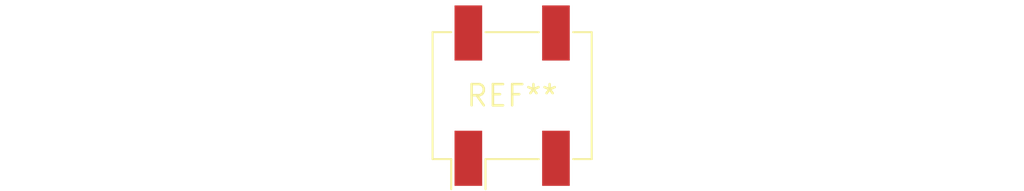
<source format=kicad_pcb>
(kicad_pcb (version 20240108) (generator pcbnew)
  (layers (0 "F.Cu" signal) (31 "B.Cu" signal) (34 "B.Paste" user) (35 "F.Paste" user) (36 "B.SilkS" user "B.Silkscreen") (37 "F.SilkS" user "F.Silkscreen") (38 "B.Mask" user) (39 "F.Mask" user) (44 "Edge.Cuts" user))
  (net 0 "")
  (footprint "Oscillator_SMD_Fordahl_DFAS3-4Pin_9.1x7.2mm_HandSoldering" (layer "F.Cu") (at 0 0)
    (property "Reference" "REF**")
    (property "Value" "Oscillator_SMD_Fordahl_DFAS3-4Pin_9.1x7.2mm_HandSoldering")
    (fp_line (start -4.75 -3.8) (end -3.64 -3.8) (layer "F.SilkS") (stroke (width 0.12)))
    (fp_line (start -4.75 3.8) (end -4.75 -3.8) (layer "F.SilkS") (stroke (width 0.12)))
    (fp_line (start -3.64 3.8) (end -4.75 3.8) (layer "F.SilkS") (stroke (width 0.12)))
    (fp_line (start -3.64 5.6) (end -3.64 3.8) (layer "F.SilkS") (stroke (width 0.12)))
    (fp_line (start -1.59 -3.8) (end 1.59 -3.8) (layer "F.SilkS") (stroke (width 0.12)))
    (fp_line (start -1.59 3.8) (end -1.59 5.6) (layer "F.SilkS") (stroke (width 0.12)))
    (fp_line (start 1.59 3.8) (end -1.59 3.8) (layer "F.SilkS") (stroke (width 0.12)))
    (fp_line (start 3.64 -3.8) (end 4.75 -3.8) (layer "F.SilkS") (stroke (width 0.12)))
    (fp_line (start 4.75 -3.8) (end 4.75 3.8) (layer "F.SilkS") (stroke (width 0.12)))
    (fp_line (start 4.75 3.8) (end 3.64 3.8) (layer "F.SilkS") (stroke (width 0.12)))
    (pad "1" smd rect (at -2.615 3.75) (size 1.65 3.3) (layers "F.Cu" "F.Paste" "F.Mask"))
    (pad "2" smd rect (at 2.615 3.75) (size 1.65 3.3) (layers "F.Cu" "F.Paste" "F.Mask"))
    (pad "3" smd rect (at 2.615 -3.75) (size 1.65 3.3) (layers "F.Cu" "F.Paste" "F.Mask"))
    (pad "4" smd rect (at -2.615 -3.75) (size 1.65 3.3) (layers "F.Cu" "F.Paste" "F.Mask"))
  )
)
</source>
